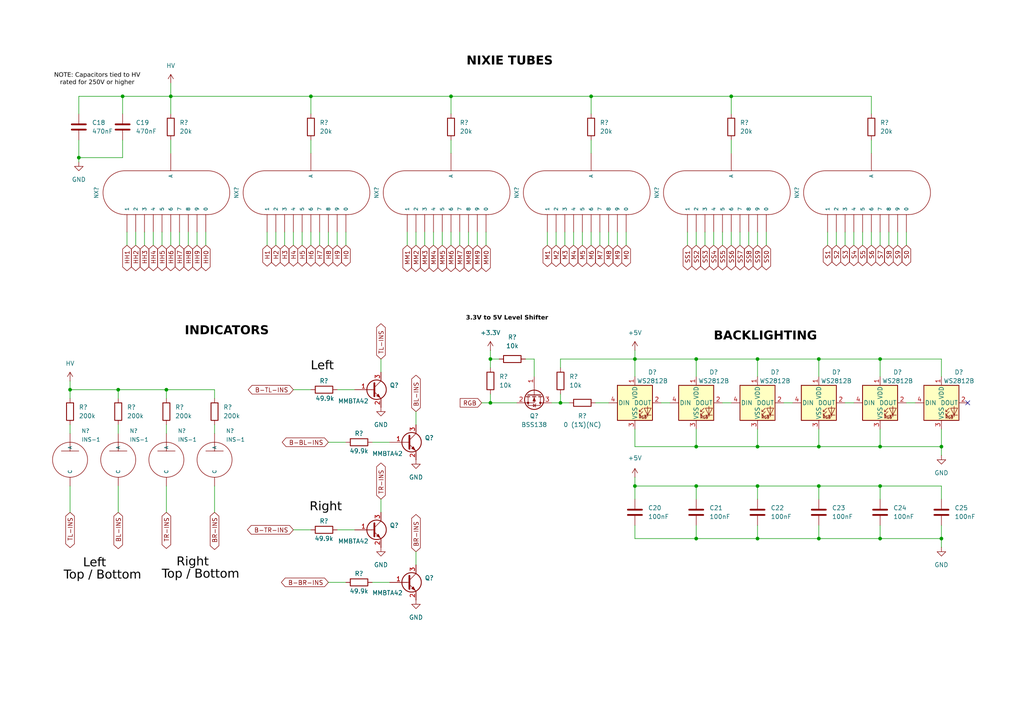
<source format=kicad_sch>
(kicad_sch (version 20231120) (generator "eeschema") (generator_version "8.0")
  (paper "A4")
  (lib_symbols
    (symbol "+48V_1" (power) (pin_numbers hide) (pin_names (offset 0) hide)
      (property "Value" "+48V" (at 0 3.556 0))
      (symbol "+48V_1_1_1"
        (pin power_in line (at 0 0 90) (length 0) (name "~") (number "1"))
      )
    )
    (symbol "Device:C" (pin_numbers hide) (pin_names (offset 0.254))
      (property "Reference" "C" (at 0.635 2.54 0))
      (property "Value" "C" (at 0.635 -2.54 0))
      (symbol "C_1_1"
        (pin passive line (at 0 3.81 270) (length 2.794) (name "~") (number "1"))
        (pin passive line (at 0 -3.81 90) (length 2.794) (name "~") (number "2"))
      )
    )
    (symbol "Device:R" (pin_numbers hide) (pin_names (offset 0))
      (property "Reference" "R" (at 2.032 0 90))
      (property "Value" "R" (at 0 0 90))
      (symbol "R_1_1"
        (pin passive line (at 0 3.81 270) (length 1.27) (name "~") (number "1"))
        (pin passive line (at 0 -3.81 90) (length 1.27) (name "~") (number "2"))
      )
    )
    (symbol "GND_1" (power) (pin_numbers hide) (pin_names (offset 0) hide)
      (property "Value" "GND" (at 0 -3.81 0))
      (symbol "GND_1_1_1"
        (pin power_in line (at 0 0 270) (length 0) (name "~") (number "1"))
      )
    )
    (symbol "GND_2" (power) (pin_numbers hide) (pin_names (offset 0) hide)
      (property "Value" "GND" (at 0 -3.81 0))
      (symbol "GND_2_1_1"
        (pin power_in line (at 0 0 270) (length 0) (name "~") (number "1"))
      )
    )
    (symbol "IN-12A_1" (pin_numbers hide) (pin_names (offset 1.016))
      (property "Reference" "NX" (at -5.715 20.955 0))
      (symbol "IN-12A_1_1_1"
        (pin bidirectional line (at -12.7 -10.16 0) (length 5.08) (name "0") (number "0"))
        (pin bidirectional line (at -12.7 12.7 0) (length 5.08) (name "1") (number "1"))
        (pin bidirectional line (at -12.7 10.16 0) (length 5.08) (name "2") (number "2"))
        (pin bidirectional line (at -12.7 7.62 0) (length 5.08) (name "3") (number "3"))
        (pin bidirectional line (at -12.7 5.08 0) (length 5.08) (name "4") (number "4"))
        (pin bidirectional line (at -12.7 2.54 0) (length 5.08) (name "5") (number "5"))
        (pin bidirectional line (at -12.7 0 0) (length 5.08) (name "6") (number "6"))
        (pin bidirectional line (at -12.7 -2.54 0) (length 5.08) (name "7") (number "7"))
        (pin bidirectional line (at -12.7 -5.08 0) (length 5.08) (name "8") (number "8"))
        (pin bidirectional line (at -12.7 -7.62 0) (length 5.08) (name "9") (number "9"))
        (pin bidirectional line (at 10.16 0 180) (length 5.08) (name "A") (number "A"))
      )
    )
    (symbol "LED:WS2812B" (pin_names (offset 0.254))
      (property "Reference" "D" (at 5.08 5.715 0))
      (property "Value" "WS2812B" (at 1.27 -5.715 0))
      (symbol "WS2812B_0_0"
        (text "RGB" (at 2.286 -4.191 0) (effects (font (size 0.762 0.762))))
      )
      (symbol "WS2812B_1_1"
        (pin power_in line (at 0 7.62 270) (length 2.54) (name "VDD") (number "1"))
        (pin output line (at 7.62 0 180) (length 2.54) (name "DOUT") (number "2"))
        (pin power_in line (at 0 -7.62 90) (length 2.54) (name "VSS") (number "3"))
        (pin input line (at -7.62 0 0) (length 2.54) (name "DIN") (number "4"))
      )
    )
    (symbol "Transistor_BJT:MMBTA42" (pin_names (offset 0) hide)
      (property "Reference" "Q" (at 5.08 1.905 0))
      (property "Value" "MMBTA42" (at 5.08 0 0))
      (symbol "MMBTA42_1_1"
        (pin input line (at -5.08 0 0) (length 5.08) (name "B") (number "1"))
        (pin passive line (at 2.54 -5.08 90) (length 2.54) (name "E") (number "2"))
        (pin passive line (at 2.54 5.08 270) (length 2.54) (name "C") (number "3"))
      )
    )
    (symbol "Transistor_FET:BSS138" (pin_names hide)
      (property "Reference" "Q" (at 5.08 1.905 0))
      (property "Value" "BSS138" (at 5.08 0 0))
      (symbol "BSS138_1_1"
        (pin input line (at -5.08 0 0) (length 2.54) (name "G") (number "1"))
        (pin passive line (at 2.54 -5.08 90) (length 2.54) (name "S") (number "2"))
        (pin passive line (at 2.54 5.08 270) (length 2.54) (name "D") (number "3"))
      )
    )
    (symbol "mynixies:INS-1" (pin_numbers hide) (pin_names (offset 1.016))
      (property "Reference" "N" (at 0 7.62 0))
      (property "Value" "INS-1" (at 0 -7.62 0))
      (symbol "INS-1_1_1"
        (pin passive line (at -7.62 0 0) (length 2.54) (name "C") (number "P$1"))
        (pin passive line (at 7.62 0 180) (length 2.54) (name "A") (number "P$2"))
      )
    )
    (symbol "nixies-us:IN-12A" (pin_numbers hide) (pin_names (offset 1.016))
      (property "Reference" "NX" (at -5.715 20.955 0))
      (symbol "IN-12A_1_1"
        (pin bidirectional line (at -12.7 -10.16 0) (length 5.08) (name "0") (number "0"))
        (pin bidirectional line (at -12.7 12.7 0) (length 5.08) (name "1") (number "1"))
        (pin bidirectional line (at -12.7 10.16 0) (length 5.08) (name "2") (number "2"))
        (pin bidirectional line (at -12.7 7.62 0) (length 5.08) (name "3") (number "3"))
        (pin bidirectional line (at -12.7 5.08 0) (length 5.08) (name "4") (number "4"))
        (pin bidirectional line (at -12.7 2.54 0) (length 5.08) (name "5") (number "5"))
        (pin bidirectional line (at -12.7 0 0) (length 5.08) (name "6") (number "6"))
        (pin bidirectional line (at -12.7 -2.54 0) (length 5.08) (name "7") (number "7"))
        (pin bidirectional line (at -12.7 -5.08 0) (length 5.08) (name "8") (number "8"))
        (pin bidirectional line (at -12.7 -7.62 0) (length 5.08) (name "9") (number "9"))
        (pin bidirectional line (at 10.16 0 180) (length 5.08) (name "A") (number "A"))
      )
    )
    (symbol "power:+3.3V" (power) (pin_numbers hide) (pin_names (offset 0) hide)
      (property "Value" "+3.3V" (at 0 3.556 0))
      (symbol "+3.3V_1_1"
        (pin power_in line (at 0 0 90) (length 0) (name "~") (number "1"))
      )
    )
    (symbol "power:+5V" (power) (pin_numbers hide) (pin_names (offset 0) hide)
      (property "Value" "+5V" (at 0 3.556 0))
      (symbol "+5V_1_1"
        (pin power_in line (at 0 0 90) (length 0) (name "~") (number "1"))
      )
    )
  )
  (junction (at 237.49 140.97))
  (junction (at 237.49 129.54))
  (junction (at 255.27 156.21))
  (junction (at 90.17 27.94))
  (junction (at 255.27 129.54))
  (junction (at 162.56 116.84))
  (junction (at 237.49 104.14))
  (junction (at 219.71 156.21))
  (junction (at 273.05 156.21))
  (junction (at 219.71 104.14))
  (junction (at 130.81 27.94))
  (junction (at 184.15 140.97))
  (junction (at 35.56 27.94))
  (junction (at 142.24 104.14))
  (junction (at 201.93 129.54))
  (junction (at 34.29 113.03))
  (junction (at 20.32 113.03))
  (junction (at 237.49 156.21))
  (junction (at 273.05 129.54))
  (junction (at 49.53 27.94))
  (junction (at 201.93 156.21))
  (junction (at 184.15 104.14))
  (junction (at 142.24 116.84))
  (junction (at 171.45 27.94))
  (junction (at 219.71 129.54))
  (junction (at 255.27 140.97))
  (junction (at 212.09 27.94))
  (junction (at 48.26 113.03))
  (junction (at 22.86 45.72))
  (junction (at 255.27 104.14))
  (junction (at 201.93 104.14))
  (junction (at 201.93 140.97))
  (junction (at 219.71 140.97))
  (no_connect (at 280.67 116.84))
  (wire (pts (xy 273.05 156.21) (xy 273.05 152.4)))
  (wire (pts (xy 130.81 40.64) (xy 130.81 44.45)))
  (wire (pts (xy 212.09 27.94) (xy 171.45 27.94)))
  (wire (pts (xy 52.07 67.31) (xy 52.07 71.12)))
  (wire (pts (xy 85.09 153.67) (xy 90.17 153.67)))
  (wire (pts (xy 252.73 27.94) (xy 252.73 33.02)))
  (wire (pts (xy 49.53 67.31) (xy 49.53 71.12)))
  (wire (pts (xy 184.15 138.43) (xy 184.15 140.97)))
  (wire (pts (xy 162.56 116.84) (xy 165.1 116.84)))
  (wire (pts (xy 255.27 140.97) (xy 255.27 144.78)))
  (wire (pts (xy 138.43 67.31) (xy 138.43 71.12)))
  (wire (pts (xy 20.32 140.97) (xy 20.32 148.59)))
  (wire (pts (xy 184.15 152.4) (xy 184.15 156.21)))
  (wire (pts (xy 118.11 67.31) (xy 118.11 71.12)))
  (wire (pts (xy 201.93 152.4) (xy 201.93 156.21)))
  (wire (pts (xy 97.79 67.31) (xy 97.79 71.12)))
  (wire (pts (xy 184.15 104.14) (xy 184.15 109.22)))
  (wire (pts (xy 237.49 140.97) (xy 237.49 144.78)))
  (wire (pts (xy 171.45 27.94) (xy 130.81 27.94)))
  (wire (pts (xy 250.19 67.31) (xy 250.19 71.12)))
  (wire (pts (xy 181.61 67.31) (xy 181.61 71.12)))
  (wire (pts (xy 237.49 156.21) (xy 255.27 156.21)))
  (wire (pts (xy 125.73 67.31) (xy 125.73 71.12)))
  (wire (pts (xy 97.79 153.67) (xy 102.87 153.67)))
  (wire (pts (xy 107.95 128.27) (xy 113.03 128.27)))
  (wire (pts (xy 77.47 67.31) (xy 77.47 71.12)))
  (wire (pts (xy 201.93 67.31) (xy 201.93 71.12)))
  (wire (pts (xy 219.71 140.97) (xy 201.93 140.97)))
  (wire (pts (xy 184.15 140.97) (xy 184.15 144.78)))
  (wire (pts (xy 162.56 104.14) (xy 184.15 104.14)))
  (wire (pts (xy 219.71 156.21) (xy 237.49 156.21)))
  (wire (pts (xy 160.02 116.84) (xy 162.56 116.84)))
  (wire (pts (xy 219.71 140.97) (xy 219.71 144.78)))
  (wire (pts (xy 201.93 129.54) (xy 219.71 129.54)))
  (wire (pts (xy 171.45 40.64) (xy 171.45 44.45)))
  (wire (pts (xy 20.32 110.49) (xy 20.32 113.03)))
  (wire (pts (xy 142.24 116.84) (xy 149.86 116.84)))
  (wire (pts (xy 35.56 27.94) (xy 35.56 33.02)))
  (wire (pts (xy 36.83 67.31) (xy 36.83 71.12)))
  (wire (pts (xy 54.61 67.31) (xy 54.61 71.12)))
  (wire (pts (xy 273.05 129.54) (xy 273.05 132.08)))
  (wire (pts (xy 48.26 140.97) (xy 48.26 148.59)))
  (wire (pts (xy 142.24 106.68) (xy 142.24 104.14)))
  (wire (pts (xy 82.55 67.31) (xy 82.55 71.12)))
  (wire (pts (xy 139.7 116.84) (xy 142.24 116.84)))
  (wire (pts (xy 273.05 156.21) (xy 273.05 158.75)))
  (wire (pts (xy 92.71 67.31) (xy 92.71 71.12)))
  (wire (pts (xy 44.45 67.31) (xy 44.45 71.12)))
  (wire (pts (xy 179.07 67.31) (xy 179.07 71.12)))
  (wire (pts (xy 257.81 67.31) (xy 257.81 71.12)))
  (wire (pts (xy 85.09 113.03) (xy 90.17 113.03)))
  (wire (pts (xy 201.93 104.14) (xy 201.93 109.22)))
  (wire (pts (xy 158.75 67.31) (xy 158.75 71.12)))
  (wire (pts (xy 245.11 116.84) (xy 247.65 116.84)))
  (wire (pts (xy 110.49 104.14) (xy 110.49 107.95)))
  (wire (pts (xy 201.93 140.97) (xy 201.93 144.78)))
  (wire (pts (xy 191.77 116.84) (xy 194.31 116.84)))
  (wire (pts (xy 199.39 67.31) (xy 199.39 71.12)))
  (wire (pts (xy 173.99 67.31) (xy 173.99 71.12)))
  (wire (pts (xy 184.15 101.6) (xy 184.15 104.14)))
  (wire (pts (xy 162.56 114.3) (xy 162.56 116.84)))
  (wire (pts (xy 255.27 104.14) (xy 237.49 104.14)))
  (wire (pts (xy 212.09 40.64) (xy 212.09 44.45)))
  (wire (pts (xy 142.24 101.6) (xy 142.24 104.14)))
  (wire (pts (xy 273.05 104.14) (xy 273.05 109.22)))
  (wire (pts (xy 209.55 116.84) (xy 212.09 116.84)))
  (wire (pts (xy 260.35 67.31) (xy 260.35 71.12)))
  (wire (pts (xy 222.25 67.31) (xy 222.25 71.12)))
  (wire (pts (xy 49.53 27.94) (xy 49.53 33.02)))
  (wire (pts (xy 252.73 67.31) (xy 252.73 71.12)))
  (wire (pts (xy 97.79 113.03) (xy 102.87 113.03)))
  (wire (pts (xy 273.05 140.97) (xy 255.27 140.97)))
  (wire (pts (xy 90.17 27.94) (xy 90.17 33.02)))
  (wire (pts (xy 237.49 129.54) (xy 255.27 129.54)))
  (wire (pts (xy 34.29 123.19) (xy 34.29 125.73)))
  (wire (pts (xy 219.71 67.31) (xy 219.71 71.12)))
  (wire (pts (xy 237.49 104.14) (xy 237.49 109.22)))
  (wire (pts (xy 217.17 67.31) (xy 217.17 71.12)))
  (wire (pts (xy 62.23 123.19) (xy 62.23 125.73)))
  (wire (pts (xy 120.65 67.31) (xy 120.65 71.12)))
  (wire (pts (xy 252.73 40.64) (xy 252.73 44.45)))
  (wire (pts (xy 176.53 67.31) (xy 176.53 71.12)))
  (wire (pts (xy 242.57 67.31) (xy 242.57 71.12)))
  (wire (pts (xy 35.56 27.94) (xy 49.53 27.94)))
  (wire (pts (xy 219.71 129.54) (xy 237.49 129.54)))
  (wire (pts (xy 237.49 104.14) (xy 219.71 104.14)))
  (wire (pts (xy 90.17 40.64) (xy 90.17 44.45)))
  (wire (pts (xy 123.19 67.31) (xy 123.19 71.12)))
  (wire (pts (xy 46.99 67.31) (xy 46.99 71.12)))
  (wire (pts (xy 209.55 67.31) (xy 209.55 71.12)))
  (wire (pts (xy 273.05 124.46) (xy 273.05 129.54)))
  (wire (pts (xy 166.37 67.31) (xy 166.37 71.12)))
  (wire (pts (xy 172.72 116.84) (xy 176.53 116.84)))
  (wire (pts (xy 90.17 67.31) (xy 90.17 71.12)))
  (wire (pts (xy 142.24 104.14) (xy 144.78 104.14)))
  (wire (pts (xy 171.45 67.31) (xy 171.45 71.12)))
  (wire (pts (xy 59.69 67.31) (xy 59.69 71.12)))
  (wire (pts (xy 95.25 67.31) (xy 95.25 71.12)))
  (wire (pts (xy 130.81 27.94) (xy 90.17 27.94)))
  (wire (pts (xy 34.29 113.03) (xy 20.32 113.03)))
  (wire (pts (xy 34.29 115.57) (xy 34.29 113.03)))
  (wire (pts (xy 130.81 27.94) (xy 130.81 33.02)))
  (wire (pts (xy 140.97 67.31) (xy 140.97 71.12)))
  (wire (pts (xy 201.93 104.14) (xy 184.15 104.14)))
  (wire (pts (xy 22.86 27.94) (xy 35.56 27.94)))
  (wire (pts (xy 201.93 124.46) (xy 201.93 129.54)))
  (wire (pts (xy 35.56 40.64) (xy 35.56 45.72)))
  (wire (pts (xy 184.15 156.21) (xy 201.93 156.21)))
  (wire (pts (xy 245.11 67.31) (xy 245.11 71.12)))
  (wire (pts (xy 184.15 124.46) (xy 184.15 129.54)))
  (wire (pts (xy 237.49 140.97) (xy 219.71 140.97)))
  (wire (pts (xy 255.27 129.54) (xy 273.05 129.54)))
  (wire (pts (xy 41.91 67.31) (xy 41.91 71.12)))
  (wire (pts (xy 237.49 152.4) (xy 237.49 156.21)))
  (wire (pts (xy 95.25 128.27) (xy 100.33 128.27)))
  (wire (pts (xy 255.27 152.4) (xy 255.27 156.21)))
  (wire (pts (xy 22.86 27.94) (xy 22.86 33.02)))
  (wire (pts (xy 201.93 156.21) (xy 219.71 156.21)))
  (wire (pts (xy 85.09 67.31) (xy 85.09 71.12)))
  (wire (pts (xy 171.45 27.94) (xy 171.45 33.02)))
  (wire (pts (xy 252.73 27.94) (xy 212.09 27.94)))
  (wire (pts (xy 80.01 67.31) (xy 80.01 71.12)))
  (wire (pts (xy 39.37 67.31) (xy 39.37 71.12)))
  (wire (pts (xy 162.56 104.14) (xy 162.56 106.68)))
  (wire (pts (xy 161.29 67.31) (xy 161.29 71.12)))
  (wire (pts (xy 214.63 67.31) (xy 214.63 71.12)))
  (wire (pts (xy 22.86 40.64) (xy 22.86 45.72)))
  (wire (pts (xy 204.47 67.31) (xy 204.47 71.12)))
  (wire (pts (xy 35.56 45.72) (xy 22.86 45.72)))
  (wire (pts (xy 152.4 104.14) (xy 154.94 104.14)))
  (wire (pts (xy 240.03 67.31) (xy 240.03 71.12)))
  (wire (pts (xy 247.65 67.31) (xy 247.65 71.12)))
  (wire (pts (xy 49.53 24.13) (xy 49.53 27.94)))
  (wire (pts (xy 237.49 124.46) (xy 237.49 129.54)))
  (wire (pts (xy 62.23 115.57) (xy 62.23 113.03)))
  (wire (pts (xy 62.23 113.03) (xy 48.26 113.03)))
  (wire (pts (xy 219.71 124.46) (xy 219.71 129.54)))
  (wire (pts (xy 168.91 67.31) (xy 168.91 71.12)))
  (wire (pts (xy 227.33 116.84) (xy 229.87 116.84)))
  (wire (pts (xy 255.27 104.14) (xy 255.27 109.22)))
  (wire (pts (xy 212.09 27.94) (xy 212.09 33.02)))
  (wire (pts (xy 262.89 116.84) (xy 265.43 116.84)))
  (wire (pts (xy 95.25 168.91) (xy 100.33 168.91)))
  (wire (pts (xy 219.71 152.4) (xy 219.71 156.21)))
  (wire (pts (xy 219.71 104.14) (xy 201.93 104.14)))
  (wire (pts (xy 130.81 67.31) (xy 130.81 71.12)))
  (wire (pts (xy 255.27 67.31) (xy 255.27 71.12)))
  (wire (pts (xy 133.35 67.31) (xy 133.35 71.12)))
  (wire (pts (xy 22.86 45.72) (xy 22.86 46.99)))
  (wire (pts (xy 128.27 67.31) (xy 128.27 71.12)))
  (wire (pts (xy 142.24 114.3) (xy 142.24 116.84)))
  (wire (pts (xy 90.17 27.94) (xy 49.53 27.94)))
  (wire (pts (xy 262.89 67.31) (xy 262.89 71.12)))
  (wire (pts (xy 163.83 67.31) (xy 163.83 71.12)))
  (wire (pts (xy 57.15 67.31) (xy 57.15 71.12)))
  (wire (pts (xy 110.49 144.78) (xy 110.49 148.59)))
  (wire (pts (xy 20.32 123.19) (xy 20.32 125.73)))
  (wire (pts (xy 62.23 140.97) (xy 62.23 148.59)))
  (wire (pts (xy 100.33 67.31) (xy 100.33 71.12)))
  (wire (pts (xy 48.26 113.03) (xy 34.29 113.03)))
  (wire (pts (xy 120.65 119.38) (xy 120.65 123.19)))
  (wire (pts (xy 135.89 67.31) (xy 135.89 71.12)))
  (wire (pts (xy 255.27 140.97) (xy 237.49 140.97)))
  (wire (pts (xy 184.15 129.54) (xy 201.93 129.54)))
  (wire (pts (xy 48.26 115.57) (xy 48.26 113.03)))
  (wire (pts (xy 255.27 124.46) (xy 255.27 129.54)))
  (wire (pts (xy 201.93 140.97) (xy 184.15 140.97)))
  (wire (pts (xy 34.29 140.97) (xy 34.29 148.59)))
  (wire (pts (xy 87.63 67.31) (xy 87.63 71.12)))
  (wire (pts (xy 219.71 104.14) (xy 219.71 109.22)))
  (wire (pts (xy 107.95 168.91) (xy 113.03 168.91)))
  (wire (pts (xy 273.05 140.97) (xy 273.05 144.78)))
  (wire (pts (xy 49.53 40.64) (xy 49.53 44.45)))
  (wire (pts (xy 255.27 156.21) (xy 273.05 156.21)))
  (wire (pts (xy 207.01 67.31) (xy 207.01 71.12)))
  (wire (pts (xy 120.65 160.02) (xy 120.65 163.83)))
  (wire (pts (xy 212.09 67.31) (xy 212.09 71.12)))
  (wire (pts (xy 48.26 123.19) (xy 48.26 125.73)))
  (wire (pts (xy 154.94 104.14) (xy 154.94 109.22)))
  (wire (pts (xy 20.32 113.03) (xy 20.32 115.57)))
  (wire (pts (xy 273.05 104.14) (xy 255.27 104.14)))
  (text "3.3V to 5V Level Shifter" (at 147.066 92.71 0) (effects (font (size 1.27 1.27) (thickness 0.254) (bold yes))))
  (text "Right" (at 55.88 163.83 0) (effects (font (size 2.54 2.54))))
  (text "BACKLIGHTING" (at 221.996 98.298 0) (effects (font (size 2.54 2.54) (thickness 0.508) (bold yes))))
  (text "Left" (at 93.472 106.934 0) (effects (font (size 2.54 2.54))))
  (text "NOTE: Capacitors tied to HV\nrated for 250V or higher" (at 28.194 23.368 0) (effects (font (size 1.27 1.27))))
  (text "Left" (at 27.432 164.084 0) (effects (font (size 2.54 2.54))))
  (text "Top / Bottom" (at 29.718 167.64 0) (effects (font (size 2.54 2.54))))
  (text "Top / Bottom" (at 58.166 167.386 0) (effects (font (size 2.54 2.54))))
  (text "INDICATORS" (at 65.786 96.774 0) (effects (font (size 2.54 2.54) (thickness 0.508) (bold yes))))
  (text "NIXIE TUBES" (at 147.828 18.542 0) (effects (font (size 2.54 2.54) (thickness 0.508) (bold yes))))
  (text "Right" (at 94.488 147.828 0) (effects (font (size 2.54 2.54))))
  (global_label "HH8" (shape bidirectional) (at 54.61 71.12 270) (property "Intersheetrefs" "${INTERSHEET_REFS}" (effects (hide yes))))
  (global_label "S4" (shape bidirectional) (at 247.65 71.12 270) (property "Intersheetrefs" "${INTERSHEET_REFS}" (effects (hide yes))))
  (global_label "B-TR-INS" (shape bidirectional) (at 85.09 153.67 180) (property "Intersheetrefs" "${INTERSHEET_REFS}" (effects (hide yes))))
  (global_label "MM5" (shape bidirectional) (at 128.27 71.12 270) (property "Intersheetrefs" "${INTERSHEET_REFS}" (effects (hide yes))))
  (global_label "HH6" (shape bidirectional) (at 49.53 71.12 270) (property "Intersheetrefs" "${INTERSHEET_REFS}" (effects (hide yes))))
  (global_label "H4" (shape bidirectional) (at 85.09 71.12 270) (property "Intersheetrefs" "${INTERSHEET_REFS}" (effects (hide yes))))
  (global_label "M4" (shape bidirectional) (at 166.37 71.12 270) (property "Intersheetrefs" "${INTERSHEET_REFS}" (effects (hide yes))))
  (global_label "M8" (shape bidirectional) (at 176.53 71.12 270) (property "Intersheetrefs" "${INTERSHEET_REFS}" (effects (hide yes))))
  (global_label "H8" (shape bidirectional) (at 95.25 71.12 270) (property "Intersheetrefs" "${INTERSHEET_REFS}" (effects (hide yes))))
  (global_label "MM2" (shape bidirectional) (at 120.65 71.12 270) (property "Intersheetrefs" "${INTERSHEET_REFS}" (effects (hide yes))))
  (global_label "M0" (shape bidirectional) (at 181.61 71.12 270) (property "Intersheetrefs" "${INTERSHEET_REFS}" (effects (hide yes))))
  (global_label "M5" (shape bidirectional) (at 168.91 71.12 270) (property "Intersheetrefs" "${INTERSHEET_REFS}" (effects (hide yes))))
  (global_label "TR-INS" (shape bidirectional) (at 110.49 144.78 90) (property "Intersheetrefs" "${INTERSHEET_REFS}" (effects (hide yes))))
  (global_label "H1" (shape bidirectional) (at 77.47 71.12 270) (property "Intersheetrefs" "${INTERSHEET_REFS}" (effects (hide yes))))
  (global_label "MM4" (shape bidirectional) (at 125.73 71.12 270) (property "Intersheetrefs" "${INTERSHEET_REFS}" (effects (hide yes))))
  (global_label "S1" (shape bidirectional) (at 240.03 71.12 270) (property "Intersheetrefs" "${INTERSHEET_REFS}" (effects (hide yes))))
  (global_label "BL-INS" (shape bidirectional) (at 120.65 119.38 90) (property "Intersheetrefs" "${INTERSHEET_REFS}" (effects (hide yes))))
  (global_label "SS0" (shape bidirectional) (at 222.25 71.12 270) (property "Intersheetrefs" "${INTERSHEET_REFS}" (effects (hide yes))))
  (global_label "H7" (shape bidirectional) (at 92.71 71.12 270) (property "Intersheetrefs" "${INTERSHEET_REFS}" (effects (hide yes))))
  (global_label "S3" (shape bidirectional) (at 245.11 71.12 270) (property "Intersheetrefs" "${INTERSHEET_REFS}" (effects (hide yes))))
  (global_label "H3" (shape bidirectional) (at 82.55 71.12 270) (property "Intersheetrefs" "${INTERSHEET_REFS}" (effects (hide yes))))
  (global_label "H9" (shape bidirectional) (at 97.79 71.12 270) (property "Intersheetrefs" "${INTERSHEET_REFS}" (effects (hide yes))))
  (global_label "MM3" (shape bidirectional) (at 123.19 71.12 270) (property "Intersheetrefs" "${INTERSHEET_REFS}" (effects (hide yes))))
  (global_label "HH0" (shape bidirectional) (at 59.69 71.12 270) (property "Intersheetrefs" "${INTERSHEET_REFS}" (effects (hide yes))))
  (global_label "SS4" (shape bidirectional) (at 207.01 71.12 270) (property "Intersheetrefs" "${INTERSHEET_REFS}" (effects (hide yes))))
  (global_label "SS2" (shape bidirectional) (at 201.93 71.12 270) (property "Intersheetrefs" "${INTERSHEET_REFS}" (effects (hide yes))))
  (global_label "HH2" (shape bidirectional) (at 39.37 71.12 270) (property "Intersheetrefs" "${INTERSHEET_REFS}" (effects (hide yes))))
  (global_label "HH3" (shape bidirectional) (at 41.91 71.12 270) (property "Intersheetrefs" "${INTERSHEET_REFS}" (effects (hide yes))))
  (global_label "HH7" (shape bidirectional) (at 52.07 71.12 270) (property "Intersheetrefs" "${INTERSHEET_REFS}" (effects (hide yes))))
  (global_label "M3" (shape bidirectional) (at 163.83 71.12 270) (property "Intersheetrefs" "${INTERSHEET_REFS}" (effects (hide yes))))
  (global_label "MM9" (shape bidirectional) (at 138.43 71.12 270) (property "Intersheetrefs" "${INTERSHEET_REFS}" (effects (hide yes))))
  (global_label "TL-INS" (shape bidirectional) (at 20.32 148.59 270) (property "Intersheetrefs" "${INTERSHEET_REFS}" (effects (hide yes))))
  (global_label "H5" (shape bidirectional) (at 87.63 71.12 270) (property "Intersheetrefs" "${INTERSHEET_REFS}" (effects (hide yes))))
  (global_label "S9" (shape bidirectional) (at 260.35 71.12 270) (property "Intersheetrefs" "${INTERSHEET_REFS}" (effects (hide yes))))
  (global_label "S7" (shape bidirectional) (at 255.27 71.12 270) (property "Intersheetrefs" "${INTERSHEET_REFS}" (effects (hide yes))))
  (global_label "S0" (shape bidirectional) (at 262.89 71.12 270) (property "Intersheetrefs" "${INTERSHEET_REFS}" (effects (hide yes))))
  (global_label "M7" (shape bidirectional) (at 173.99 71.12 270) (property "Intersheetrefs" "${INTERSHEET_REFS}" (effects (hide yes))))
  (global_label "BR-INS" (shape bidirectional) (at 62.23 148.59 270) (property "Intersheetrefs" "${INTERSHEET_REFS}" (effects (hide yes))))
  (global_label "M9" (shape bidirectional) (at 179.07 71.12 270) (property "Intersheetrefs" "${INTERSHEET_REFS}" (effects (hide yes))))
  (global_label "MM0" (shape bidirectional) (at 140.97 71.12 270) (property "Intersheetrefs" "${INTERSHEET_REFS}" (effects (hide yes))))
  (global_label "SS1" (shape bidirectional) (at 199.39 71.12 270) (property "Intersheetrefs" "${INTERSHEET_REFS}" (effects (hide yes))))
  (global_label "MM1" (shape bidirectional) (at 118.11 71.12 270) (property "Intersheetrefs" "${INTERSHEET_REFS}" (effects (hide yes))))
  (global_label "SS6" (shape bidirectional) (at 212.09 71.12 270) (property "Intersheetrefs" "${INTERSHEET_REFS}" (effects (hide yes))))
  (global_label "SS5" (shape bidirectional) (at 209.55 71.12 270) (property "Intersheetrefs" "${INTERSHEET_REFS}" (effects (hide yes))))
  (global_label "SS3" (shape bidirectional) (at 204.47 71.12 270) (property "Intersheetrefs" "${INTERSHEET_REFS}" (effects (hide yes))))
  (global_label "MM6" (shape bidirectional) (at 130.81 71.12 270) (property "Intersheetrefs" "${INTERSHEET_REFS}" (effects (hide yes))))
  (global_label "B-BR-INS" (shape bidirectional) (at 95.25 168.91 180) (property "Intersheetrefs" "${INTERSHEET_REFS}" (effects (hide yes))))
  (global_label "S6" (shape bidirectional) (at 252.73 71.12 270) (property "Intersheetrefs" "${INTERSHEET_REFS}" (effects (hide yes))))
  (global_label "B-BL-INS" (shape bidirectional) (at 95.25 128.27 180) (property "Intersheetrefs" "${INTERSHEET_REFS}" (effects (hide yes))))
  (global_label "B-TL-INS" (shape bidirectional) (at 85.09 113.03 180) (property "Intersheetrefs" "${INTERSHEET_REFS}" (effects (hide yes))))
  (global_label "H2" (shape bidirectional) (at 80.01 71.12 270) (property "Intersheetrefs" "${INTERSHEET_REFS}" (effects (hide yes))))
  (global_label "SS9" (shape bidirectional) (at 219.71 71.12 270) (property "Intersheetrefs" "${INTERSHEET_REFS}" (effects (hide yes))))
  (global_label "SS7" (shape bidirectional) (at 214.63 71.12 270) (property "Intersheetrefs" "${INTERSHEET_REFS}" (effects (hide yes))))
  (global_label "M1" (shape bidirectional) (at 158.75 71.12 270) (property "Intersheetrefs" "${INTERSHEET_REFS}" (effects (hide yes))))
  (global_label "M2" (shape bidirectional) (at 161.29 71.12 270) (property "Intersheetrefs" "${INTERSHEET_REFS}" (effects (hide yes))))
  (global_label "S5" (shape bidirectional) (at 250.19 71.12 270) (property "Intersheetrefs" "${INTERSHEET_REFS}" (effects (hide yes))))
  (global_label "S8" (shape bidirectional) (at 257.81 71.12 270) (property "Intersheetrefs" "${INTERSHEET_REFS}" (effects (hide yes))))
  (global_label "M6" (shape bidirectional) (at 171.45 71.12 270) (property "Intersheetrefs" "${INTERSHEET_REFS}" (effects (hide yes))))
  (global_label "HH5" (shape bidirectional) (at 46.99 71.12 270) (property "Intersheetrefs" "${INTERSHEET_REFS}" (effects (hide yes))))
  (global_label "S2" (shape bidirectional) (at 242.57 71.12 270) (property "Intersheetrefs" "${INTERSHEET_REFS}" (effects (hide yes))))
  (global_label "BR-INS" (shape bidirectional) (at 120.65 160.02 90) (property "Intersheetrefs" "${INTERSHEET_REFS}" (effects (hide yes))))
  (global_label "SS8" (shape bidirectional) (at 217.17 71.12 270) (property "Intersheetrefs" "${INTERSHEET_REFS}" (effects (hide yes))))
  (global_label "HH4" (shape bidirectional) (at 44.45 71.12 270) (property "Intersheetrefs" "${INTERSHEET_REFS}" (effects (hide yes))))
  (global_label "TL-INS" (shape bidirectional) (at 110.49 104.14 90) (property "Intersheetrefs" "${INTERSHEET_REFS}" (effects (hide yes))))
  (global_label "H6" (shape bidirectional) (at 90.17 71.12 270) (property "Intersheetrefs" "${INTERSHEET_REFS}" (effects (hide yes))))
  (global_label "MM7" (shape bidirectional) (at 133.35 71.12 270) (property "Intersheetrefs" "${INTERSHEET_REFS}" (effects (hide yes))))
  (global_label "HH1" (shape bidirectional) (at 36.83 71.12 270) (property "Intersheetrefs" "${INTERSHEET_REFS}" (effects (hide yes))))
  (global_label "H0" (shape bidirectional) (at 100.33 71.12 270) (property "Intersheetrefs" "${INTERSHEET_REFS}" (effects (hide yes))))
  (global_label "MM8" (shape bidirectional) (at 135.89 71.12 270) (property "Intersheetrefs" "${INTERSHEET_REFS}" (effects (hide yes))))
  (global_label "BL-INS" (shape bidirectional) (at 34.29 148.59 270) (property "Intersheetrefs" "${INTERSHEET_REFS}" (effects (hide yes))))
  (global_label "RGB" (shape input) (at 139.7 116.84 180) (property "Intersheetrefs" "${INTERSHEET_REFS}" (effects (hide yes))))
  (global_label "TR-INS" (shape bidirectional) (at 48.26 148.59 270) (property "Intersheetrefs" "${INTERSHEET_REFS}" (effects (hide yes))))
  (global_label "HH9" (shape bidirectional) (at 57.15 71.12 270) (property "Intersheetrefs" "${INTERSHEET_REFS}" (effects (hide yes))))
  (symbol (lib_id "Transistor_FET:BSS138") (at 154.94 114.3 270) (unit 1)
    (property "Reference" "Q?" (at 154.94 120.65 90))
    (property "Value" "BSS138" (at 154.94 123.19 90))
    (property "Footprint" "Package_TO_SOT_SMD:SOT-23" (effects (hide yes)))
    (property "Datasheet" "https://www.onsemi.com/pub/Collateral/BSS138-D.PDF" (effects (hide yes)))
    (property "Description" "50V Vds, 0.22A Id, N-Channel MOSFET, SOT-23" (effects (hide yes)))
    (property "Manufacturer_Part_Number" "BSS138" (effects (hide yes)))
    (instances (project "display" (path "" (reference "Q?") (unit 1))) (project "clock" (path "" (reference "Q35") (unit 1))))
  )
  (symbol (lib_id "Device:R") (at 34.29 119.38 0) (unit 1)
    (property "Reference" "R?" (at 36.83 118.1099 0) (effects (justify left)))
    (property "Value" "200k" (at 36.83 120.6499 0) (effects (justify left)))
    (property "Footprint" "Resistor_SMD:R_0805_2012Metric_Pad1.20x1.40mm_HandSolder" (effects (hide yes)))
    (property "Description" "Resistor" (effects (hide yes)))
    (property "Manufacturer_Part_Number" "RC0805FR-07200KL" (effects (hide yes)))
    (instances (project "nixie-clock-esp32" (path "" (reference "R?") (unit 1))) (project "display" (path "" (reference "R?") (unit 1))) (project "clock" (path "" (reference "R40") (unit 1))))
  )
  (symbol (lib_id "Transistor_BJT:MMBTA42") (at 107.95 153.67 0) (unit 1)
    (property "Reference" "Q?" (at 113.03 152.3999 0) (effects (justify left)))
    (property "Value" "MMBTA42" (at 98.044 156.972 0) (effects (justify left)))
    (property "Footprint" "Package_TO_SOT_SMD:SOT-23" (effects (hide yes)))
    (property "Datasheet" "https://www.onsemi.com/pub/Collateral/MMBTA42LT1-D.PDF" (effects (hide yes)))
    (instances (project "nixie-clock-esp32" (path "" (reference "Q?") (unit 1))) (project "display" (path "" (reference "Q?") (unit 1))) (project "clock" (path "" (reference "Q32") (unit 1))))
  )
  (symbol (lib_id "Transistor_BJT:MMBTA42") (at 118.11 128.27 0) (unit 1)
    (property "Reference" "Q?" (at 123.19 126.9999 0) (effects (justify left)))
    (property "Value" "MMBTA42" (at 107.95 131.572 0) (effects (justify left)))
    (property "Footprint" "Package_TO_SOT_SMD:SOT-23" (effects (hide yes)))
    (property "Datasheet" "https://www.onsemi.com/pub/Collateral/MMBTA42LT1-D.PDF" (effects (hide yes)))
    (instances (project "nixie-clock-esp32" (path "" (reference "Q?") (unit 1))) (project "display" (path "" (reference "Q?") (unit 1))) (project "clock" (path "" (reference "Q33") (unit 1))))
  )
  (symbol (lib_id "Device:R") (at 93.98 113.03 90) (unit 1)
    (property "Reference" "R?" (at 93.98 110.49 90))
    (property "Value" "49.9k" (at 94.234 115.57 90))
    (property "Footprint" "Resistor_SMD:R_0805_2012Metric_Pad1.20x1.40mm_HandSolder" (effects (hide yes)))
    (property "Description" "Resistor" (effects (hide yes)))
    (property "Manufacturer_Part_Number" "RC0805FR-0749K9L" (effects (hide yes)))
    (instances (project "nixie-clock-esp32" (path "" (reference "R?") (unit 1))) (project "display" (path "" (reference "R?") (unit 1))) (project "clock" (path "" (reference "R45") (unit 1))))
  )
  (symbol (lib_id "Device:C") (at 184.15 148.59 0) (unit 1)
    (property "Reference" "C20" (at 187.96 147.3199 0) (effects (justify left)))
    (property "Value" "100nF" (at 187.96 149.8599 0) (effects (justify left)))
    (property "Footprint" "Capacitor_SMD:C_0805_2012Metric_Pad1.18x1.45mm_HandSolder" (effects (hide yes)))
    (property "Description" "Unpolarized capacitor" (effects (hide yes)))
    (property "Manufacturer_Part_Number" "CC0805JRX7R9BB104" (effects (hide yes)))
  )
  (symbol (lib_id "LED:WS2812B") (at 201.93 116.84 0) (unit 1)
    (property "Reference" "D?" (at 207.01 107.95 0))
    (property "Value" "WS2812B" (at 207.01 110.49 0))
    (property "Footprint" "LED_SMD:LED_WS2812B_PLCC4_5.0x5.0mm_P3.2mm" (effects (hide yes)))
    (property "Datasheet" "https://cdn-shop.adafruit.com/datasheets/WS2812B.pdf" (effects (hide yes)))
    (property "Description" "RGB LED with integrated controller" (effects (hide yes)))
    (instances (project "nixie-clock-esp32" (path "" (reference "D?") (unit 1))) (project "display" (path "" (reference "D?") (unit 1))) (project "clock" (path "" (reference "D8") (unit 1))))
  )
  (symbol (lib_id "power:+5V") (at 184.15 138.43 0) (unit 1)
    (property "Reference" "#PWR073" (effects (hide yes)))
    (property "Value" "+5V" (at 184.15 132.842 0))
    (property "Description" "Power symbol creates a global label with name \"+5V\"" (effects (hide yes)))
  )
  (symbol (lib_id "nixies-us:IN-12A") (at 130.81 54.61 90) (unit 1)
    (property "Reference" "NX?" (at 109.22 55.88 0) (effects (font (size 1.143 1.143))))
    (property "Value" "IN-12A" (effects (hide yes)))
    (property "Footprint" "nixies-us:nixies-us-IN-12-DSUB-NOHOLE" (effects (hide yes)))
    (instances (project "nixie-clock-esp32" (path "" (reference "NX?") (unit 1))) (project "display" (path "" (reference "NX?") (unit 1))) (project "clock" (path "" (reference "NX3") (unit 1))))
  )
  (symbol (lib_id "Device:R") (at 171.45 36.83 0) (unit 1)
    (property "Reference" "R?" (at 173.99 35.5599 0) (effects (justify left)))
    (property "Value" "20k" (at 173.99 38.0999 0) (effects (justify left)))
    (property "Footprint" "Resistor_SMD:R_0805_2012Metric_Pad1.20x1.40mm_HandSolder" (effects (hide yes)))
    (property "Description" "Resistor" (effects (hide yes)))
    (property "Manufacturer_Part_Number" "RC0805JR-0720KL" (effects (hide yes)))
    (instances (project "nixie-clock-esp32" (path "" (reference "R?") (unit 1))) (project "display" (path "" (reference "R?") (unit 1))) (project "clock" (path "" (reference "R54") (unit 1))))
  )
  (symbol (lib_id "Device:R") (at 130.81 36.83 0) (unit 1)
    (property "Reference" "R?" (at 133.35 35.5599 0) (effects (justify left)))
    (property "Value" "20k" (at 133.35 38.0999 0) (effects (justify left)))
    (property "Footprint" "Resistor_SMD:R_0805_2012Metric_Pad1.20x1.40mm_HandSolder" (effects (hide yes)))
    (property "Description" "Resistor" (effects (hide yes)))
    (property "Manufacturer_Part_Number" "RC0805JR-0720KL" (effects (hide yes)))
    (instances (project "nixie-clock-esp32" (path "" (reference "R?") (unit 1))) (project "display" (path "" (reference "R?") (unit 1))) (project "clock" (path "" (reference "R49") (unit 1))))
  )
  (symbol (lib_id "Device:R") (at 168.91 116.84 90) (unit 1)
    (property "Reference" "R?" (at 168.91 120.65 90))
    (property "Value" "0 (1%)(NC)" (at 168.91 123.19 90))
    (property "Footprint" "Resistor_SMD:R_0805_2012Metric_Pad1.20x1.40mm_HandSolder" (effects (hide yes)))
    (property "Description" "Resistor" (effects (hide yes)))
    (property "Manufacturer_Part_Number" "RC0805FR-130RL" (effects (hide yes)))
    (instances (project "display" (path "" (reference "R?") (unit 1))) (project "clock" (path "" (reference "R53") (unit 1))))
  )
  (symbol (lib_id "nixies-us:IN-12A") (at 171.45 54.61 90) (unit 1)
    (property "Reference" "NX?" (at 149.86 55.88 0) (effects (font (size 1.143 1.143))))
    (property "Value" "IN-12A" (effects (hide yes)))
    (property "Footprint" "nixies-us:nixies-us-IN-12-DSUB-NOHOLE" (effects (hide yes)))
    (instances (project "nixie-clock-esp32" (path "" (reference "NX?") (unit 1))) (project "display" (path "" (reference "NX?") (unit 1))) (project "clock" (path "" (reference "NX4") (unit 1))))
  )
  (symbol (lib_id "Transistor_BJT:MMBTA42") (at 107.95 113.03 0) (unit 1)
    (property "Reference" "Q?" (at 113.03 111.7599 0) (effects (justify left)))
    (property "Value" "MMBTA42" (at 98.044 116.332 0) (effects (justify left)))
    (property "Footprint" "Package_TO_SOT_SMD:SOT-23" (effects (hide yes)))
    (property "Datasheet" "https://www.onsemi.com/pub/Collateral/MMBTA42LT1-D.PDF" (effects (hide yes)))
    (instances (project "nixie-clock-esp32" (path "" (reference "Q?") (unit 1))) (project "display" (path "" (reference "Q?") (unit 1))) (project "clock" (path "" (reference "Q31") (unit 1))))
  )
  (symbol (lib_id "mynixies:INS-1") (at 34.29 133.35 90) (unit 1)
    (property "Reference" "N?" (at 37.592 124.968 90) (effects (font (size 1.143 1.143)) (justify right)))
    (property "Value" "INS-1" (at 37.592 127.508 90) (effects (font (size 1.143 1.143)) (justify right)))
    (property "Footprint" "mynixies:mynixies-INS-1" (effects (hide yes)))
    (instances (project "nixie-clock-esp32" (path "" (reference "N?") (unit 1))) (project "display" (path "" (reference "N?") (unit 1))) (project "clock" (path "" (reference "N2") (unit 1))))
  )
  (symbol (lib_id "Device:R") (at 62.23 119.38 0) (unit 1)
    (property "Reference" "R?" (at 64.77 118.1099 0) (effects (justify left)))
    (property "Value" "200k" (at 64.77 120.6499 0) (effects (justify left)))
    (property "Footprint" "Resistor_SMD:R_0805_2012Metric_Pad1.20x1.40mm_HandSolder" (effects (hide yes)))
    (property "Description" "Resistor" (effects (hide yes)))
    (property "Manufacturer_Part_Number" "RC0805FR-07200KL" (effects (hide yes)))
    (instances (project "nixie-clock-esp32" (path "" (reference "R?") (unit 1))) (project "display" (path "" (reference "R?") (unit 1))) (project "clock" (path "" (reference "R43") (unit 1))))
  )
  (symbol (lib_id "power:+3.3V") (at 142.24 101.6 0) (unit 1)
    (property "Reference" "#PWR?" (effects (hide yes)))
    (property "Value" "+3.3V" (at 142.24 96.52 0))
    (property "Description" "Power symbol creates a global label with name \"+3.3V\"" (effects (hide yes)))
    (instances (project "display" (path "" (reference "#PWR?") (unit 1))) (project "clock" (path "" (reference "#PWR071") (unit 1))))
  )
  (symbol (lib_id "LED:WS2812B") (at 184.15 116.84 0) (unit 1)
    (property "Reference" "D?" (at 189.23 107.95 0))
    (property "Value" "WS2812B" (at 189.23 110.49 0))
    (property "Footprint" "LED_SMD:LED_WS2812B_PLCC4_5.0x5.0mm_P3.2mm" (effects (hide yes)))
    (property "Datasheet" "https://cdn-shop.adafruit.com/datasheets/WS2812B.pdf" (effects (hide yes)))
    (property "Description" "RGB LED with integrated controller" (effects (hide yes)))
    (instances (project "nixie-clock-esp32" (path "" (reference "D?") (unit 1))) (project "display" (path "" (reference "D?") (unit 1))) (project "clock" (path "" (reference "D7") (unit 1))))
  )
  (symbol (lib_id "Device:R") (at 104.14 168.91 90) (unit 1)
    (property "Reference" "R?" (at 104.14 166.37 90))
    (property "Value" "49.9k" (at 104.14 171.45 90))
    (property "Footprint" "Resistor_SMD:R_0805_2012Metric_Pad1.20x1.40mm_HandSolder" (effects (hide yes)))
    (property "Description" "Resistor" (effects (hide yes)))
    (property "Manufacturer_Part_Number" "RC0805FR-0749K9L" (effects (hide yes)))
    (instances (project "nixie-clock-esp32" (path "" (reference "R?") (unit 1))) (project "display" (path "" (reference "R?") (unit 1))) (project "clock" (path "" (reference "R48") (unit 1))))
  )
  (symbol (lib_id "Device:R") (at 48.26 119.38 0) (unit 1)
    (property "Reference" "R?" (at 50.8 118.1099 0) (effects (justify left)))
    (property "Value" "200k" (at 50.8 120.6499 0) (effects (justify left)))
    (property "Footprint" "Resistor_SMD:R_0805_2012Metric_Pad1.20x1.40mm_HandSolder" (effects (hide yes)))
    (property "Description" "Resistor" (effects (hide yes)))
    (property "Manufacturer_Part_Number" "RC0805FR-07200KL" (effects (hide yes)))
    (instances (project "nixie-clock-esp32" (path "" (reference "R?") (unit 1))) (project "display" (path "" (reference "R?") (unit 1))) (project "clock" (path "" (reference "R41") (unit 1))))
  )
  (symbol (lib_id "Device:R") (at 93.98 153.67 90) (unit 1)
    (property "Reference" "R?" (at 93.98 151.13 90))
    (property "Value" "49.9k" (at 93.98 156.21 90))
    (property "Footprint" "Resistor_SMD:R_0805_2012Metric_Pad1.20x1.40mm_HandSolder" (effects (hide yes)))
    (property "Description" "Resistor" (effects (hide yes)))
    (property "Manufacturer_Part_Number" "RC0805FR-0749K9L" (effects (hide yes)))
    (instances (project "nixie-clock-esp32" (path "" (reference "R?") (unit 1))) (project "display" (path "" (reference "R?") (unit 1))) (project "clock" (path "" (reference "R46") (unit 1))))
  )
  (symbol (lib_id "Device:C") (at 35.56 36.83 0) (unit 1)
    (property "Reference" "C19" (at 39.37 35.5599 0) (effects (justify left)))
    (property "Value" "470nF" (at 39.37 38.0999 0) (effects (justify left)))
    (property "Footprint" "Capacitor_SMD:C_1812_4532Metric_Pad1.57x3.40mm_HandSolder" (effects (hide yes)))
    (property "Description" "Unpolarized capacitor" (effects (hide yes)))
    (property "Manufacturer_Part_Number" "CC0805JRX7R9BB104" (effects (hide yes)))
  )
  (symbol (lib_id "LED:WS2812B") (at 219.71 116.84 0) (unit 1)
    (property "Reference" "D?" (at 224.79 107.95 0))
    (property "Value" "WS2812B" (at 224.79 110.49 0))
    (property "Footprint" "LED_SMD:LED_WS2812B_PLCC4_5.0x5.0mm_P3.2mm" (effects (hide yes)))
    (property "Datasheet" "https://cdn-shop.adafruit.com/datasheets/WS2812B.pdf" (effects (hide yes)))
    (property "Description" "RGB LED with integrated controller" (effects (hide yes)))
    (instances (project "nixie-clock-esp32" (path "" (reference "D?") (unit 1))) (project "display" (path "" (reference "D?") (unit 1))) (project "clock" (path "" (reference "D9") (unit 1))))
  )
  (symbol (lib_id "Device:C") (at 237.49 148.59 0) (unit 1)
    (property "Reference" "C23" (at 241.3 147.3199 0) (effects (justify left)))
    (property "Value" "100nF" (at 241.3 149.8599 0) (effects (justify left)))
    (property "Footprint" "Capacitor_SMD:C_0805_2012Metric_Pad1.18x1.45mm_HandSolder" (effects (hide yes)))
    (property "Description" "Unpolarized capacitor" (effects (hide yes)))
    (property "Manufacturer_Part_Number" "CC0805JRX7R9BB104" (effects (hide yes)))
  )
  (symbol (lib_id "Device:C") (at 273.05 148.59 0) (unit 1)
    (property "Reference" "C25" (at 276.86 147.3199 0) (effects (justify left)))
    (property "Value" "100nF" (at 276.86 149.8599 0) (effects (justify left)))
    (property "Footprint" "Capacitor_SMD:C_0805_2012Metric_Pad1.18x1.45mm_HandSolder" (effects (hide yes)))
    (property "Description" "Unpolarized capacitor" (effects (hide yes)))
    (property "Manufacturer_Part_Number" "CC0805JRX7R9BB104" (effects (hide yes)))
  )
  (symbol (lib_name "GND_2") (lib_id "power:GND") (at 110.49 118.11 0) (unit 1)
    (property "Reference" "#PWR067" (effects (hide yes)))
    (property "Value" "GND" (at 110.49 123.19 0))
    (property "Description" "Power symbol creates a global label with name \"GND\" , ground" (effects (hide yes)))
  )
  (symbol (lib_id "Device:R") (at 104.14 128.27 90) (unit 1)
    (property "Reference" "R?" (at 104.14 125.73 90))
    (property "Value" "49.9k" (at 104.14 130.81 90))
    (property "Footprint" "Resistor_SMD:R_0805_2012Metric_Pad1.20x1.40mm_HandSolder" (effects (hide yes)))
    (property "Description" "Resistor" (effects (hide yes)))
    (property "Manufacturer_Part_Number" "RC0805FR-0749K9L" (effects (hide yes)))
    (instances (project "nixie-clock-esp32" (path "" (reference "R?") (unit 1))) (project "display" (path "" (reference "R?") (unit 1))) (project "clock" (path "" (reference "R47") (unit 1))))
  )
  (symbol (lib_name "GND_2") (lib_id "power:GND") (at 120.65 133.35 0) (unit 1)
    (property "Reference" "#PWR069" (effects (hide yes)))
    (property "Value" "GND" (at 120.65 138.43 0))
    (property "Description" "Power symbol creates a global label with name \"GND\" , ground" (effects (hide yes)))
  )
  (symbol (lib_id "nixies-us:IN-12A") (at 252.73 54.61 90) (unit 1)
    (property "Reference" "NX?" (at 231.14 55.88 0) (effects (font (size 1.143 1.143))))
    (property "Value" "IN-12A" (effects (hide yes)))
    (property "Footprint" "nixies-us:nixies-us-IN-12-DSUB-NOHOLE" (effects (hide yes)))
    (instances (project "nixie-clock-esp32" (path "" (reference "NX?") (unit 1))) (project "display" (path "" (reference "NX?") (unit 1))) (project "clock" (path "" (reference "NX6") (unit 1))))
  )
  (symbol (lib_id "mynixies:INS-1") (at 48.26 133.35 90) (unit 1)
    (property "Reference" "N?" (at 51.562 124.968 90) (effects (font (size 1.143 1.143)) (justify right)))
    (property "Value" "INS-1" (at 51.562 127.508 90) (effects (font (size 1.143 1.143)) (justify right)))
    (property "Footprint" "mynixies:mynixies-INS-1" (effects (hide yes)))
    (instances (project "nixie-clock-esp32" (path "" (reference "N?") (unit 1))) (project "display" (path "" (reference "N?") (unit 1))) (project "clock" (path "" (reference "N3") (unit 1))))
  )
  (symbol (lib_name "+48V_1") (lib_id "power:+48V") (at 20.32 110.49 0) (unit 1)
    (property "Reference" "#PWR?" (effects (hide yes)))
    (property "Value" "HV" (at 20.32 105.41 0))
    (property "Description" "Power symbol creates a global label with name \"+48V\"" (effects (hide yes)))
    (instances (project "nixie-clock-esp32" (path "" (reference "#PWR?") (unit 1))) (project "display" (path "" (reference "#PWR?") (unit 1))) (project "clock" (path "" (reference "#PWR064") (unit 1))))
  )
  (symbol (lib_id "LED:WS2812B") (at 255.27 116.84 0) (unit 1)
    (property "Reference" "D?" (at 260.35 107.95 0))
    (property "Value" "WS2812B" (at 260.35 110.49 0))
    (property "Footprint" "LED_SMD:LED_WS2812B_PLCC4_5.0x5.0mm_P3.2mm" (effects (hide yes)))
    (property "Datasheet" "https://cdn-shop.adafruit.com/datasheets/WS2812B.pdf" (effects (hide yes)))
    (property "Description" "RGB LED with integrated controller" (effects (hide yes)))
    (instances (project "nixie-clock-esp32" (path "" (reference "D?") (unit 1))) (project "display" (path "" (reference "D?") (unit 1))) (project "clock" (path "" (reference "D11") (unit 1))))
  )
  (symbol (lib_name "IN-12A_1") (lib_id "nixies-us:IN-12A") (at 49.53 54.61 90) (unit 1)
    (property "Reference" "NX?" (at 27.94 55.88 0) (effects (font (size 1.143 1.143))))
    (property "Value" "IN-12A" (effects (hide yes)))
    (property "Footprint" "nixies-us:nixies-us-IN-12-DSUB-NOHOLE" (effects (hide yes)))
    (instances (project "nixie-clock-esp32" (path "" (reference "NX?") (unit 1))) (project "display" (path "" (reference "NX?") (unit 1))) (project "clock" (path "" (reference "NX1") (unit 1))))
  )
  (symbol (lib_name "GND_2") (lib_id "power:GND") (at 120.65 173.99 0) (unit 1)
    (property "Reference" "#PWR070" (effects (hide yes)))
    (property "Value" "GND" (at 120.65 179.07 0))
    (property "Description" "Power symbol creates a global label with name \"GND\" , ground" (effects (hide yes)))
  )
  (symbol (lib_id "Device:C") (at 219.71 148.59 0) (unit 1)
    (property "Reference" "C22" (at 223.52 147.3199 0) (effects (justify left)))
    (property "Value" "100nF" (at 223.52 149.8599 0) (effects (justify left)))
    (property "Footprint" "Capacitor_SMD:C_0805_2012Metric_Pad1.18x1.45mm_HandSolder" (effects (hide yes)))
    (property "Description" "Unpolarized capacitor" (effects (hide yes)))
    (property "Manufacturer_Part_Number" "CC0805JRX7R9BB104" (effects (hide yes)))
  )
  (symbol (lib_id "Device:R") (at 20.32 119.38 0) (unit 1)
    (property "Reference" "R?" (at 22.86 118.1099 0) (effects (justify left)))
    (property "Value" "200k" (at 22.86 120.6499 0) (effects (justify left)))
    (property "Footprint" "Resistor_SMD:R_0805_2012Metric_Pad1.20x1.40mm_HandSolder" (effects (hide yes)))
    (property "Description" "Resistor" (effects (hide yes)))
    (property "Manufacturer_Part_Number" "RC0805FR-07200KL" (effects (hide yes)))
    (instances (project "nixie-clock-esp32" (path "" (reference "R?") (unit 1))) (project "display" (path "" (reference "R?") (unit 1))) (project "clock" (path "" (reference "R39") (unit 1))))
  )
  (symbol (lib_id "mynixies:INS-1") (at 20.32 133.35 90) (unit 1)
    (property "Reference" "N?" (at 23.622 124.968 90) (effects (font (size 1.143 1.143)) (justify right)))
    (property "Value" "INS-1" (at 23.622 127.508 90) (effects (font (size 1.143 1.143)) (justify right)))
    (property "Footprint" "mynixies:mynixies-INS-1" (effects (hide yes)))
    (instances (project "nixie-clock-esp32" (path "" (reference "N?") (unit 1))) (project "display" (path "" (reference "N?") (unit 1))) (project "clock" (path "" (reference "N1") (unit 1))))
  )
  (symbol (lib_id "mynixies:INS-1") (at 62.23 133.35 90) (unit 1)
    (property "Reference" "N?" (at 65.532 124.968 90) (effects (font (size 1.143 1.143)) (justify right)))
    (property "Value" "INS-1" (at 65.532 127.508 90) (effects (font (size 1.143 1.143)) (justify right)))
    (property "Footprint" "mynixies:mynixies-INS-1" (effects (hide yes)))
    (instances (project "nixie-clock-esp32" (path "" (reference "N?") (unit 1))) (project "display" (path "" (reference "N?") (unit 1))) (project "clock" (path "" (reference "N4") (unit 1))))
  )
  (symbol (lib_name "GND_2") (lib_id "power:GND") (at 273.05 132.08 0) (unit 1)
    (property "Reference" "#PWR074" (effects (hide yes)))
    (property "Value" "GND" (at 273.05 137.16 0))
    (property "Description" "Power symbol creates a global label with name \"GND\" , ground" (effects (hide yes)))
  )
  (symbol (lib_id "LED:WS2812B") (at 237.49 116.84 0) (unit 1)
    (property "Reference" "D?" (at 242.57 107.95 0))
    (property "Value" "WS2812B" (at 242.57 110.49 0))
    (property "Footprint" "LED_SMD:LED_WS2812B_PLCC4_5.0x5.0mm_P3.2mm" (effects (hide yes)))
    (property "Datasheet" "https://cdn-shop.adafruit.com/datasheets/WS2812B.pdf" (effects (hide yes)))
    (property "Description" "RGB LED with integrated controller" (effects (hide yes)))
    (instances (project "nixie-clock-esp32" (path "" (reference "D?") (unit 1))) (project "display" (path "" (reference "D?") (unit 1))) (project "clock" (path "" (reference "D10") (unit 1))))
  )
  (symbol (lib_id "LED:WS2812B") (at 273.05 116.84 0) (unit 1)
    (property "Reference" "D?" (at 278.13 107.95 0))
    (property "Value" "WS2812B" (at 278.13 110.49 0))
    (property "Footprint" "LED_SMD:LED_WS2812B_PLCC4_5.0x5.0mm_P3.2mm" (effects (hide yes)))
    (property "Datasheet" "https://cdn-shop.adafruit.com/datasheets/WS2812B.pdf" (effects (hide yes)))
    (property "Description" "RGB LED with integrated controller" (effects (hide yes)))
    (instances (project "nixie-clock-esp32" (path "" (reference "D?") (unit 1))) (project "display" (path "" (reference "D?") (unit 1))) (project "clock" (path "" (reference "D12") (unit 1))))
  )
  (symbol (lib_id "Device:R") (at 252.73 36.83 0) (unit 1)
    (property "Reference" "R?" (at 255.27 35.5599 0) (effects (justify left)))
    (property "Value" "20k" (at 255.27 38.0999 0) (effects (justify left)))
    (property "Footprint" "Resistor_SMD:R_0805_2012Metric_Pad1.20x1.40mm_HandSolder" (effects (hide yes)))
    (property "Description" "Resistor" (effects (hide yes)))
    (property "Manufacturer_Part_Number" "RC0805JR-0720KL" (effects (hide yes)))
    (instances (project "nixie-clock-esp32" (path "" (reference "R?") (unit 1))) (project "display" (path "" (reference "R?") (unit 1))) (project "clock" (path "" (reference "R56") (unit 1))))
  )
  (symbol (lib_id "Device:R") (at 49.53 36.83 0) (unit 1)
    (property "Reference" "R?" (at 52.07 35.5599 0) (effects (justify left)))
    (property "Value" "20k" (at 52.07 38.0999 0) (effects (justify left)))
    (property "Footprint" "Resistor_SMD:R_0805_2012Metric_Pad1.20x1.40mm_HandSolder" (effects (hide yes)))
    (property "Description" "Resistor" (effects (hide yes)))
    (property "Manufacturer_Part_Number" "RC0805JR-0720KL" (effects (hide yes)))
    (instances (project "nixie-clock-esp32" (path "" (reference "R?") (unit 1))) (project "display" (path "" (reference "R?") (unit 1))) (project "clock" (path "" (reference "R42") (unit 1))))
  )
  (symbol (lib_id "nixies-us:IN-12A") (at 212.09 54.61 90) (unit 1)
    (property "Reference" "NX?" (at 190.5 55.88 0) (effects (font (size 1.143 1.143))))
    (property "Value" "IN-12A" (effects (hide yes)))
    (property "Footprint" "nixies-us:nixies-us-IN-12-DSUB-NOHOLE" (effects (hide yes)))
    (instances (project "nixie-clock-esp32" (path "" (reference "NX?") (unit 1))) (project "display" (path "" (reference "NX?") (unit 1))) (project "clock" (path "" (reference "NX5") (unit 1))))
  )
  (symbol (lib_id "Device:R") (at 212.09 36.83 0) (unit 1)
    (property "Reference" "R?" (at 214.63 35.5599 0) (effects (justify left)))
    (property "Value" "20k" (at 214.63 38.0999 0) (effects (justify left)))
    (property "Footprint" "Resistor_SMD:R_0805_2012Metric_Pad1.20x1.40mm_HandSolder" (effects (hide yes)))
    (property "Description" "Resistor" (effects (hide yes)))
    (property "Manufacturer_Part_Number" "RC0805JR-0720KL" (effects (hide yes)))
    (instances (project "nixie-clock-esp32" (path "" (reference "R?") (unit 1))) (project "display" (path "" (reference "R?") (unit 1))) (project "clock" (path "" (reference "R55") (unit 1))))
  )
  (symbol (lib_id "nixies-us:IN-12A") (at 90.17 54.61 90) (unit 1)
    (property "Reference" "NX?" (at 68.58 55.88 0) (effects (font (size 1.143 1.143))))
    (property "Value" "IN-12A" (effects (hide yes)))
    (property "Footprint" "nixies-us:nixies-us-IN-12-DSUB-NOHOLE" (effects (hide yes)))
    (instances (project "nixie-clock-esp32" (path "" (reference "NX?") (unit 1))) (project "display" (path "" (reference "NX?") (unit 1))) (project "clock" (path "" (reference "NX2") (unit 1))))
  )
  (symbol (lib_id "Device:C") (at 22.86 36.83 0) (unit 1)
    (property "Reference" "C18" (at 26.67 35.5599 0) (effects (justify left)))
    (property "Value" "470nF" (at 26.67 38.0999 0) (effects (justify left)))
    (property "Footprint" "Capacitor_SMD:C_1812_4532Metric_Pad1.57x3.40mm_HandSolder" (effects (hide yes)))
    (property "Description" "Unpolarized capacitor" (effects (hide yes)))
    (property "Manufacturer_Part_Number" "CC0805JRX7R9BB104" (effects (hide yes)))
  )
  (symbol (lib_id "Device:R") (at 148.59 104.14 90) (unit 1)
    (property "Reference" "R?" (at 148.59 97.79 90))
    (property "Value" "10k" (at 148.59 100.33 90))
    (property "Footprint" "Resistor_SMD:R_0805_2012Metric_Pad1.20x1.40mm_HandSolder" (effects (hide yes)))
    (property "Description" "Resistor" (effects (hide yes)))
    (property "Manufacturer_Part_Number" "RC0805FR-0710KL" (effects (hide yes)))
    (instances (project "display" (path "" (reference "R?") (unit 1))) (project "clock" (path "" (reference "R51") (unit 1))))
  )
  (symbol (lib_id "Device:R") (at 162.56 110.49 0) (unit 1)
    (property "Reference" "R?" (at 165.1 109.2199 0) (effects (justify left)))
    (property "Value" "10k" (at 165.1 111.7599 0) (effects (justify left)))
    (property "Footprint" "Resistor_SMD:R_0805_2012Metric_Pad1.20x1.40mm_HandSolder" (effects (hide yes)))
    (property "Description" "Resistor" (effects (hide yes)))
    (property "Manufacturer_Part_Number" "RC0805FR-0710KL" (effects (hide yes)))
    (instances (project "display" (path "" (reference "R?") (unit 1))) (project "clock" (path "" (reference "R52") (unit 1))))
  )
  (symbol (lib_id "Device:C") (at 201.93 148.59 0) (unit 1)
    (property "Reference" "C21" (at 205.74 147.3199 0) (effects (justify left)))
    (property "Value" "100nF" (at 205.74 149.8599 0) (effects (justify left)))
    (property "Footprint" "Capacitor_SMD:C_0805_2012Metric_Pad1.18x1.45mm_HandSolder" (effects (hide yes)))
    (property "Description" "Unpolarized capacitor" (effects (hide yes)))
    (property "Manufacturer_Part_Number" "CC0805JRX7R9BB104" (effects (hide yes)))
  )
  (symbol (lib_id "Transistor_BJT:MMBTA42") (at 118.11 168.91 0) (unit 1)
    (property "Reference" "Q?" (at 123.19 167.6399 0) (effects (justify left)))
    (property "Value" "MMBTA42" (at 107.95 171.958 0) (effects (justify left)))
    (property "Footprint" "Package_TO_SOT_SMD:SOT-23" (effects (hide yes)))
    (property "Datasheet" "https://www.onsemi.com/pub/Collateral/MMBTA42LT1-D.PDF" (effects (hide yes)))
    (instances (project "nixie-clock-esp32" (path "" (reference "Q?") (unit 1))) (project "display" (path "" (reference "Q?") (unit 1))) (project "clock" (path "" (reference "Q34") (unit 1))))
  )
  (symbol (lib_name "+48V_1") (lib_id "power:+48V") (at 49.53 24.13 0) (unit 1)
    (property "Reference" "#PWR?" (effects (hide yes)))
    (property "Value" "HV" (at 49.53 19.05 0))
    (property "Description" "Power symbol creates a global label with name \"+48V\"" (effects (hide yes)))
    (instances (project "nixie-clock-esp32" (path "" (reference "#PWR?") (unit 1))) (project "display" (path "" (reference "#PWR?") (unit 1))) (project "clock" (path "" (reference "#PWR066") (unit 1))))
  )
  (symbol (lib_id "Device:C") (at 255.27 148.59 0) (unit 1)
    (property "Reference" "C24" (at 259.08 147.3199 0) (effects (justify left)))
    (property "Value" "100nF" (at 259.08 149.8599 0) (effects (justify left)))
    (property "Footprint" "Capacitor_SMD:C_0805_2012Metric_Pad1.18x1.45mm_HandSolder" (effects (hide yes)))
    (property "Description" "Unpolarized capacitor" (effects (hide yes)))
    (property "Manufacturer_Part_Number" "CC0805JRX7R9BB104" (effects (hide yes)))
  )
  (symbol (lib_id "Device:R") (at 90.17 36.83 0) (unit 1)
    (property "Reference" "R?" (at 92.71 35.5599 0) (effects (justify left)))
    (property "Value" "20k" (at 92.71 38.0999 0) (effects (justify left)))
    (property "Footprint" "Resistor_SMD:R_0805_2012Metric_Pad1.20x1.40mm_HandSolder" (effects (hide yes)))
    (property "Description" "Resistor" (effects (hide yes)))
    (property "Manufacturer_Part_Number" "RC0805JR-0720KL" (effects (hide yes)))
    (instances (project "nixie-clock-esp32" (path "" (reference "R?") (unit 1))) (project "display" (path "" (reference "R?") (unit 1))) (project "clock" (path "" (reference "R44") (unit 1))))
  )
  (symbol (lib_name "GND_2") (lib_id "power:GND") (at 110.49 158.75 0) (unit 1)
    (property "Reference" "#PWR068" (effects (hide yes)))
    (property "Value" "GND" (at 110.49 163.83 0))
    (property "Description" "Power symbol creates a global label with name \"GND\" , ground" (effects (hide yes)))
  )
  (symbol (lib_id "Device:R") (at 142.24 110.49 0) (unit 1)
    (property "Reference" "R?" (at 144.78 109.2199 0) (effects (justify left)))
    (property "Value" "10k" (at 144.78 111.7599 0) (effects (justify left)))
    (property "Footprint" "Resistor_SMD:R_0805_2012Metric_Pad1.20x1.40mm_HandSolder" (effects (hide yes)))
    (property "Description" "Resistor" (effects (hide yes)))
    (property "Manufacturer_Part_Number" "RC0805FR-0710KL" (effects (hide yes)))
    (instances (project "display" (path "" (reference "R?") (unit 1))) (project "clock" (path "" (reference "R50") (unit 1))))
  )
  (symbol (lib_name "GND_2") (lib_id "power:GND") (at 273.05 158.75 0) (unit 1)
    (property "Reference" "#PWR075" (effects (hide yes)))
    (property "Value" "GND" (at 273.05 163.83 0))
    (property "Description" "Power symbol creates a global label with name \"GND\" , ground" (effects (hide yes)))
  )
  (symbol (lib_name "GND_1") (lib_id "power:GND") (at 22.86 46.99 0) (unit 1)
    (property "Reference" "#PWR?" (effects (hide yes)))
    (property "Value" "GND" (at 22.86 52.07 0))
    (property "Description" "Power symbol creates a global label with name \"GND\" , ground" (effects (hide yes)))
    (instances (project "nixie-clock-esp32" (path "" (reference "#PWR?") (unit 1))) (project "display" (path "" (reference "#PWR?") (unit 1))) (project "clock" (path "" (reference "#PWR065") (unit 1))))
  )
  (symbol (lib_id "power:+5V") (at 184.15 101.6 0) (unit 1)
    (property "Reference" "#PWR?" (effects (hide yes)))
    (property "Value" "+5V" (at 184.15 96.52 0))
    (property "Description" "Power symbol creates a global label with name \"+5V\"" (effects (hide yes)))
    (instances (project "nixie-clock-esp32" (path "" (reference "#PWR?") (unit 1))) (project "display" (path "" (reference "#PWR?") (unit 1))) (project "clock" (path "" (reference "#PWR072") (unit 1))))
  )
)
</source>
